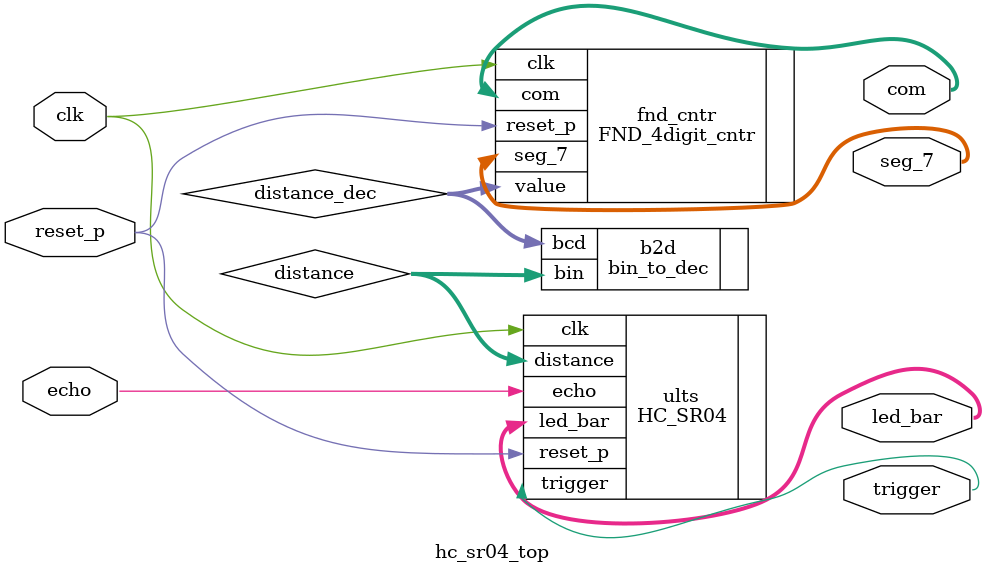
<source format=v>
`timescale 1ns / 1ps


module hc_sr04_top(
    input clk, reset_p,
    input echo,
    output trigger,
    output [3:0] com,
    output [7:0] seg_7,
    output [7:0] led_bar
);
    wire [15:0] distance;
    wire [15:0] distance_dec;
    HC_SR04 ults(.clk(clk), .reset_p(reset_p), .echo(echo), .trigger(trigger), .distance(distance), .led_bar(led_bar));
    bin_to_dec b2d(.bin(distance), .bcd(distance_dec));
    
    FND_4digit_cntr fnd_cntr(.clk(clk), .reset_p(reset_p), .value(distance_dec), .com(com), .seg_7(seg_7));

endmodule


</source>
